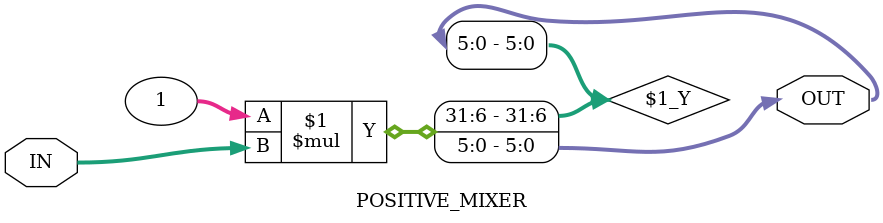
<source format=v>
module POSITIVE_MIXER (IN, OUT);

	 parameter BW = 6;

	 input  signed [BW-1:0] IN;
	 output signed [BW-1:0] OUT; 

	 assign OUT = 1*IN; 
	
	 
endmodule

</source>
